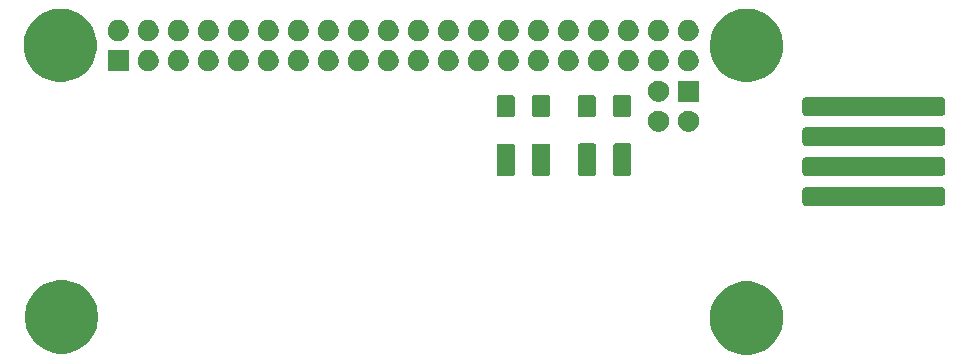
<source format=gbr>
G04 #@! TF.GenerationSoftware,KiCad,Pcbnew,(5.1.5)-2*
G04 #@! TF.CreationDate,2019-12-04T22:48:08+00:00*
G04 #@! TF.ProjectId,TTVV,54545656-2e6b-4696-9361-645f70636258,1.0.8*
G04 #@! TF.SameCoordinates,Original*
G04 #@! TF.FileFunction,Soldermask,Top*
G04 #@! TF.FilePolarity,Negative*
%FSLAX46Y46*%
G04 Gerber Fmt 4.6, Leading zero omitted, Abs format (unit mm)*
G04 Created by KiCad (PCBNEW (5.1.5)-2) date 2019-12-04 22:48:08*
%MOMM*%
%LPD*%
G04 APERTURE LIST*
%ADD10C,0.100000*%
G04 APERTURE END LIST*
D10*
G36*
X112204780Y-72559565D02*
G01*
X112504237Y-72619131D01*
X113068401Y-72852815D01*
X113576135Y-73192072D01*
X114007928Y-73623865D01*
X114347185Y-74131599D01*
X114580869Y-74695763D01*
X114580869Y-74695765D01*
X114680109Y-75194675D01*
X114700000Y-75294677D01*
X114700000Y-75905323D01*
X114580869Y-76504237D01*
X114347185Y-77068401D01*
X114007928Y-77576135D01*
X113576135Y-78007928D01*
X113068401Y-78347185D01*
X112504237Y-78580869D01*
X112204780Y-78640434D01*
X111905325Y-78700000D01*
X111294675Y-78700000D01*
X110995220Y-78640434D01*
X110695763Y-78580869D01*
X110131599Y-78347185D01*
X109623865Y-78007928D01*
X109192072Y-77576135D01*
X108852815Y-77068401D01*
X108619131Y-76504237D01*
X108500000Y-75905323D01*
X108500000Y-75294677D01*
X108519892Y-75194675D01*
X108619131Y-74695765D01*
X108619131Y-74695763D01*
X108852815Y-74131599D01*
X109192072Y-73623865D01*
X109623865Y-73192072D01*
X110131599Y-72852815D01*
X110695763Y-72619131D01*
X110995220Y-72559565D01*
X111294675Y-72500000D01*
X111905325Y-72500000D01*
X112204780Y-72559565D01*
G37*
G36*
X54204780Y-72459566D02*
G01*
X54504237Y-72519131D01*
X55068401Y-72752815D01*
X55576135Y-73092072D01*
X56007928Y-73523865D01*
X56347185Y-74031599D01*
X56580869Y-74595763D01*
X56640435Y-74895220D01*
X56700000Y-75194675D01*
X56700000Y-75805325D01*
X56640434Y-76104780D01*
X56580869Y-76404237D01*
X56347185Y-76968401D01*
X56007928Y-77476135D01*
X55576135Y-77907928D01*
X55068401Y-78247185D01*
X54504237Y-78480869D01*
X54204780Y-78540434D01*
X53905325Y-78600000D01*
X53294675Y-78600000D01*
X52995220Y-78540434D01*
X52695763Y-78480869D01*
X52131599Y-78247185D01*
X51623865Y-77907928D01*
X51192072Y-77476135D01*
X50852815Y-76968401D01*
X50619131Y-76404237D01*
X50559566Y-76104780D01*
X50500000Y-75805325D01*
X50500000Y-75194675D01*
X50559565Y-74895220D01*
X50619131Y-74595763D01*
X50852815Y-74031599D01*
X51192072Y-73523865D01*
X51623865Y-73092072D01*
X52131599Y-72752815D01*
X52695763Y-72519131D01*
X52995220Y-72459566D01*
X53294675Y-72400000D01*
X53905325Y-72400000D01*
X54204780Y-72459566D01*
G37*
G36*
X128156023Y-64509487D02*
G01*
X128219311Y-64528686D01*
X128277649Y-64559868D01*
X128328775Y-64601825D01*
X128370732Y-64652951D01*
X128401914Y-64711289D01*
X128421113Y-64774577D01*
X128428200Y-64846538D01*
X128428200Y-65760262D01*
X128421113Y-65832223D01*
X128401914Y-65895511D01*
X128370732Y-65953849D01*
X128328775Y-66004975D01*
X128277649Y-66046932D01*
X128219311Y-66078114D01*
X128156023Y-66097313D01*
X128084062Y-66104400D01*
X116670338Y-66104400D01*
X116598377Y-66097313D01*
X116535089Y-66078114D01*
X116476751Y-66046932D01*
X116425625Y-66004975D01*
X116383668Y-65953849D01*
X116352486Y-65895511D01*
X116333287Y-65832223D01*
X116326200Y-65760262D01*
X116326200Y-64846538D01*
X116333287Y-64774577D01*
X116352486Y-64711289D01*
X116383668Y-64652951D01*
X116425625Y-64601825D01*
X116476751Y-64559868D01*
X116535089Y-64528686D01*
X116598377Y-64509487D01*
X116670338Y-64502400D01*
X128084062Y-64502400D01*
X128156023Y-64509487D01*
G37*
G36*
X94810562Y-60821681D02*
G01*
X94845481Y-60832274D01*
X94877663Y-60849476D01*
X94905873Y-60872627D01*
X94929024Y-60900837D01*
X94946226Y-60933019D01*
X94956819Y-60967938D01*
X94961000Y-61010395D01*
X94961000Y-63376605D01*
X94956819Y-63419062D01*
X94946226Y-63453981D01*
X94929024Y-63486163D01*
X94905873Y-63514373D01*
X94877663Y-63537524D01*
X94845481Y-63554726D01*
X94810562Y-63565319D01*
X94768105Y-63569500D01*
X93626895Y-63569500D01*
X93584438Y-63565319D01*
X93549519Y-63554726D01*
X93517337Y-63537524D01*
X93489127Y-63514373D01*
X93465976Y-63486163D01*
X93448774Y-63453981D01*
X93438181Y-63419062D01*
X93434000Y-63376605D01*
X93434000Y-61010395D01*
X93438181Y-60967938D01*
X93448774Y-60933019D01*
X93465976Y-60900837D01*
X93489127Y-60872627D01*
X93517337Y-60849476D01*
X93549519Y-60832274D01*
X93584438Y-60821681D01*
X93626895Y-60817500D01*
X94768105Y-60817500D01*
X94810562Y-60821681D01*
G37*
G36*
X91835562Y-60821681D02*
G01*
X91870481Y-60832274D01*
X91902663Y-60849476D01*
X91930873Y-60872627D01*
X91954024Y-60900837D01*
X91971226Y-60933019D01*
X91981819Y-60967938D01*
X91986000Y-61010395D01*
X91986000Y-63376605D01*
X91981819Y-63419062D01*
X91971226Y-63453981D01*
X91954024Y-63486163D01*
X91930873Y-63514373D01*
X91902663Y-63537524D01*
X91870481Y-63554726D01*
X91835562Y-63565319D01*
X91793105Y-63569500D01*
X90651895Y-63569500D01*
X90609438Y-63565319D01*
X90574519Y-63554726D01*
X90542337Y-63537524D01*
X90514127Y-63514373D01*
X90490976Y-63486163D01*
X90473774Y-63453981D01*
X90463181Y-63419062D01*
X90459000Y-63376605D01*
X90459000Y-61010395D01*
X90463181Y-60967938D01*
X90473774Y-60933019D01*
X90490976Y-60900837D01*
X90514127Y-60872627D01*
X90542337Y-60849476D01*
X90574519Y-60832274D01*
X90609438Y-60821681D01*
X90651895Y-60817500D01*
X91793105Y-60817500D01*
X91835562Y-60821681D01*
G37*
G36*
X128156023Y-61969487D02*
G01*
X128219311Y-61988686D01*
X128277649Y-62019868D01*
X128328775Y-62061825D01*
X128370732Y-62112951D01*
X128401914Y-62171289D01*
X128421113Y-62234577D01*
X128428200Y-62306538D01*
X128428200Y-63220262D01*
X128421113Y-63292223D01*
X128401914Y-63355511D01*
X128370732Y-63413849D01*
X128328775Y-63464975D01*
X128277649Y-63506932D01*
X128219311Y-63538114D01*
X128156023Y-63557313D01*
X128084062Y-63564400D01*
X116670338Y-63564400D01*
X116598377Y-63557313D01*
X116535089Y-63538114D01*
X116476751Y-63506932D01*
X116425625Y-63464975D01*
X116383668Y-63413849D01*
X116352486Y-63355511D01*
X116333287Y-63292223D01*
X116326200Y-63220262D01*
X116326200Y-62306538D01*
X116333287Y-62234577D01*
X116352486Y-62171289D01*
X116383668Y-62112951D01*
X116425625Y-62061825D01*
X116476751Y-62019868D01*
X116535089Y-61988686D01*
X116598377Y-61969487D01*
X116670338Y-61962400D01*
X128084062Y-61962400D01*
X128156023Y-61969487D01*
G37*
G36*
X101693962Y-60807381D02*
G01*
X101728881Y-60817974D01*
X101761063Y-60835176D01*
X101789273Y-60858327D01*
X101812424Y-60886537D01*
X101829626Y-60918719D01*
X101840219Y-60953638D01*
X101844400Y-60996095D01*
X101844400Y-63362305D01*
X101840219Y-63404762D01*
X101829626Y-63439681D01*
X101812424Y-63471863D01*
X101789273Y-63500073D01*
X101761063Y-63523224D01*
X101728881Y-63540426D01*
X101693962Y-63551019D01*
X101651505Y-63555200D01*
X100510295Y-63555200D01*
X100467838Y-63551019D01*
X100432919Y-63540426D01*
X100400737Y-63523224D01*
X100372527Y-63500073D01*
X100349376Y-63471863D01*
X100332174Y-63439681D01*
X100321581Y-63404762D01*
X100317400Y-63362305D01*
X100317400Y-60996095D01*
X100321581Y-60953638D01*
X100332174Y-60918719D01*
X100349376Y-60886537D01*
X100372527Y-60858327D01*
X100400737Y-60835176D01*
X100432919Y-60817974D01*
X100467838Y-60807381D01*
X100510295Y-60803200D01*
X101651505Y-60803200D01*
X101693962Y-60807381D01*
G37*
G36*
X98718962Y-60807381D02*
G01*
X98753881Y-60817974D01*
X98786063Y-60835176D01*
X98814273Y-60858327D01*
X98837424Y-60886537D01*
X98854626Y-60918719D01*
X98865219Y-60953638D01*
X98869400Y-60996095D01*
X98869400Y-63362305D01*
X98865219Y-63404762D01*
X98854626Y-63439681D01*
X98837424Y-63471863D01*
X98814273Y-63500073D01*
X98786063Y-63523224D01*
X98753881Y-63540426D01*
X98718962Y-63551019D01*
X98676505Y-63555200D01*
X97535295Y-63555200D01*
X97492838Y-63551019D01*
X97457919Y-63540426D01*
X97425737Y-63523224D01*
X97397527Y-63500073D01*
X97374376Y-63471863D01*
X97357174Y-63439681D01*
X97346581Y-63404762D01*
X97342400Y-63362305D01*
X97342400Y-60996095D01*
X97346581Y-60953638D01*
X97357174Y-60918719D01*
X97374376Y-60886537D01*
X97397527Y-60858327D01*
X97425737Y-60835176D01*
X97457919Y-60817974D01*
X97492838Y-60807381D01*
X97535295Y-60803200D01*
X98676505Y-60803200D01*
X98718962Y-60807381D01*
G37*
G36*
X128156023Y-59429487D02*
G01*
X128219311Y-59448686D01*
X128277649Y-59479868D01*
X128328775Y-59521825D01*
X128370732Y-59572951D01*
X128401914Y-59631289D01*
X128421113Y-59694577D01*
X128428200Y-59766538D01*
X128428200Y-60680262D01*
X128421113Y-60752223D01*
X128401914Y-60815511D01*
X128370732Y-60873849D01*
X128328775Y-60924975D01*
X128277649Y-60966932D01*
X128219311Y-60998114D01*
X128156023Y-61017313D01*
X128084062Y-61024400D01*
X116670338Y-61024400D01*
X116598377Y-61017313D01*
X116535089Y-60998114D01*
X116476751Y-60966932D01*
X116425625Y-60924975D01*
X116383668Y-60873849D01*
X116352486Y-60815511D01*
X116333287Y-60752223D01*
X116326200Y-60680262D01*
X116326200Y-59766538D01*
X116333287Y-59694577D01*
X116352486Y-59631289D01*
X116383668Y-59572951D01*
X116425625Y-59521825D01*
X116476751Y-59479868D01*
X116535089Y-59448686D01*
X116598377Y-59429487D01*
X116670338Y-59422400D01*
X128084062Y-59422400D01*
X128156023Y-59429487D01*
G37*
G36*
X104253512Y-58031927D02*
G01*
X104402812Y-58061624D01*
X104566784Y-58129544D01*
X104714354Y-58228147D01*
X104839853Y-58353646D01*
X104938456Y-58501216D01*
X105006376Y-58665188D01*
X105041000Y-58839259D01*
X105041000Y-59016741D01*
X105006376Y-59190812D01*
X104938456Y-59354784D01*
X104839853Y-59502354D01*
X104714354Y-59627853D01*
X104566784Y-59726456D01*
X104402812Y-59794376D01*
X104253512Y-59824073D01*
X104228742Y-59829000D01*
X104051258Y-59829000D01*
X104026488Y-59824073D01*
X103877188Y-59794376D01*
X103713216Y-59726456D01*
X103565646Y-59627853D01*
X103440147Y-59502354D01*
X103341544Y-59354784D01*
X103273624Y-59190812D01*
X103239000Y-59016741D01*
X103239000Y-58839259D01*
X103273624Y-58665188D01*
X103341544Y-58501216D01*
X103440147Y-58353646D01*
X103565646Y-58228147D01*
X103713216Y-58129544D01*
X103877188Y-58061624D01*
X104026488Y-58031927D01*
X104051258Y-58027000D01*
X104228742Y-58027000D01*
X104253512Y-58031927D01*
G37*
G36*
X106793512Y-58031927D02*
G01*
X106942812Y-58061624D01*
X107106784Y-58129544D01*
X107254354Y-58228147D01*
X107379853Y-58353646D01*
X107478456Y-58501216D01*
X107546376Y-58665188D01*
X107581000Y-58839259D01*
X107581000Y-59016741D01*
X107546376Y-59190812D01*
X107478456Y-59354784D01*
X107379853Y-59502354D01*
X107254354Y-59627853D01*
X107106784Y-59726456D01*
X106942812Y-59794376D01*
X106793512Y-59824073D01*
X106768742Y-59829000D01*
X106591258Y-59829000D01*
X106566488Y-59824073D01*
X106417188Y-59794376D01*
X106253216Y-59726456D01*
X106105646Y-59627853D01*
X105980147Y-59502354D01*
X105881544Y-59354784D01*
X105813624Y-59190812D01*
X105779000Y-59016741D01*
X105779000Y-58839259D01*
X105813624Y-58665188D01*
X105881544Y-58501216D01*
X105980147Y-58353646D01*
X106105646Y-58228147D01*
X106253216Y-58129544D01*
X106417188Y-58061624D01*
X106566488Y-58031927D01*
X106591258Y-58027000D01*
X106768742Y-58027000D01*
X106793512Y-58031927D01*
G37*
G36*
X91835562Y-56736181D02*
G01*
X91870481Y-56746774D01*
X91902663Y-56763976D01*
X91930873Y-56787127D01*
X91954024Y-56815337D01*
X91971226Y-56847519D01*
X91981819Y-56882438D01*
X91986000Y-56924895D01*
X91986000Y-58391105D01*
X91981819Y-58433562D01*
X91971226Y-58468481D01*
X91954024Y-58500663D01*
X91930873Y-58528873D01*
X91902663Y-58552024D01*
X91870481Y-58569226D01*
X91835562Y-58579819D01*
X91793105Y-58584000D01*
X90651895Y-58584000D01*
X90609438Y-58579819D01*
X90574519Y-58569226D01*
X90542337Y-58552024D01*
X90514127Y-58528873D01*
X90490976Y-58500663D01*
X90473774Y-58468481D01*
X90463181Y-58433562D01*
X90459000Y-58391105D01*
X90459000Y-56924895D01*
X90463181Y-56882438D01*
X90473774Y-56847519D01*
X90490976Y-56815337D01*
X90514127Y-56787127D01*
X90542337Y-56763976D01*
X90574519Y-56746774D01*
X90609438Y-56736181D01*
X90651895Y-56732000D01*
X91793105Y-56732000D01*
X91835562Y-56736181D01*
G37*
G36*
X94810562Y-56736181D02*
G01*
X94845481Y-56746774D01*
X94877663Y-56763976D01*
X94905873Y-56787127D01*
X94929024Y-56815337D01*
X94946226Y-56847519D01*
X94956819Y-56882438D01*
X94961000Y-56924895D01*
X94961000Y-58391105D01*
X94956819Y-58433562D01*
X94946226Y-58468481D01*
X94929024Y-58500663D01*
X94905873Y-58528873D01*
X94877663Y-58552024D01*
X94845481Y-58569226D01*
X94810562Y-58579819D01*
X94768105Y-58584000D01*
X93626895Y-58584000D01*
X93584438Y-58579819D01*
X93549519Y-58569226D01*
X93517337Y-58552024D01*
X93489127Y-58528873D01*
X93465976Y-58500663D01*
X93448774Y-58468481D01*
X93438181Y-58433562D01*
X93434000Y-58391105D01*
X93434000Y-56924895D01*
X93438181Y-56882438D01*
X93448774Y-56847519D01*
X93465976Y-56815337D01*
X93489127Y-56787127D01*
X93517337Y-56763976D01*
X93549519Y-56746774D01*
X93584438Y-56736181D01*
X93626895Y-56732000D01*
X94768105Y-56732000D01*
X94810562Y-56736181D01*
G37*
G36*
X98693562Y-56736181D02*
G01*
X98728481Y-56746774D01*
X98760663Y-56763976D01*
X98788873Y-56787127D01*
X98812024Y-56815337D01*
X98829226Y-56847519D01*
X98839819Y-56882438D01*
X98844000Y-56924895D01*
X98844000Y-58391105D01*
X98839819Y-58433562D01*
X98829226Y-58468481D01*
X98812024Y-58500663D01*
X98788873Y-58528873D01*
X98760663Y-58552024D01*
X98728481Y-58569226D01*
X98693562Y-58579819D01*
X98651105Y-58584000D01*
X97509895Y-58584000D01*
X97467438Y-58579819D01*
X97432519Y-58569226D01*
X97400337Y-58552024D01*
X97372127Y-58528873D01*
X97348976Y-58500663D01*
X97331774Y-58468481D01*
X97321181Y-58433562D01*
X97317000Y-58391105D01*
X97317000Y-56924895D01*
X97321181Y-56882438D01*
X97331774Y-56847519D01*
X97348976Y-56815337D01*
X97372127Y-56787127D01*
X97400337Y-56763976D01*
X97432519Y-56746774D01*
X97467438Y-56736181D01*
X97509895Y-56732000D01*
X98651105Y-56732000D01*
X98693562Y-56736181D01*
G37*
G36*
X101668562Y-56736181D02*
G01*
X101703481Y-56746774D01*
X101735663Y-56763976D01*
X101763873Y-56787127D01*
X101787024Y-56815337D01*
X101804226Y-56847519D01*
X101814819Y-56882438D01*
X101819000Y-56924895D01*
X101819000Y-58391105D01*
X101814819Y-58433562D01*
X101804226Y-58468481D01*
X101787024Y-58500663D01*
X101763873Y-58528873D01*
X101735663Y-58552024D01*
X101703481Y-58569226D01*
X101668562Y-58579819D01*
X101626105Y-58584000D01*
X100484895Y-58584000D01*
X100442438Y-58579819D01*
X100407519Y-58569226D01*
X100375337Y-58552024D01*
X100347127Y-58528873D01*
X100323976Y-58500663D01*
X100306774Y-58468481D01*
X100296181Y-58433562D01*
X100292000Y-58391105D01*
X100292000Y-56924895D01*
X100296181Y-56882438D01*
X100306774Y-56847519D01*
X100323976Y-56815337D01*
X100347127Y-56787127D01*
X100375337Y-56763976D01*
X100407519Y-56746774D01*
X100442438Y-56736181D01*
X100484895Y-56732000D01*
X101626105Y-56732000D01*
X101668562Y-56736181D01*
G37*
G36*
X128156023Y-56889487D02*
G01*
X128219311Y-56908686D01*
X128277649Y-56939868D01*
X128328775Y-56981825D01*
X128370732Y-57032951D01*
X128401914Y-57091289D01*
X128421113Y-57154577D01*
X128428200Y-57226538D01*
X128428200Y-58140262D01*
X128421113Y-58212223D01*
X128401914Y-58275511D01*
X128370732Y-58333849D01*
X128328775Y-58384975D01*
X128277649Y-58426932D01*
X128219311Y-58458114D01*
X128156023Y-58477313D01*
X128084062Y-58484400D01*
X116670338Y-58484400D01*
X116598377Y-58477313D01*
X116535089Y-58458114D01*
X116476751Y-58426932D01*
X116425625Y-58384975D01*
X116383668Y-58333849D01*
X116352486Y-58275511D01*
X116333287Y-58212223D01*
X116326200Y-58140262D01*
X116326200Y-57226538D01*
X116333287Y-57154577D01*
X116352486Y-57091289D01*
X116383668Y-57032951D01*
X116425625Y-56981825D01*
X116476751Y-56939868D01*
X116535089Y-56908686D01*
X116598377Y-56889487D01*
X116670338Y-56882400D01*
X128084062Y-56882400D01*
X128156023Y-56889487D01*
G37*
G36*
X107581000Y-57289000D02*
G01*
X105779000Y-57289000D01*
X105779000Y-55487000D01*
X107581000Y-55487000D01*
X107581000Y-57289000D01*
G37*
G36*
X104253512Y-55491927D02*
G01*
X104402812Y-55521624D01*
X104566784Y-55589544D01*
X104714354Y-55688147D01*
X104839853Y-55813646D01*
X104938456Y-55961216D01*
X105006376Y-56125188D01*
X105041000Y-56299259D01*
X105041000Y-56476741D01*
X105006376Y-56650812D01*
X104938456Y-56814784D01*
X104839853Y-56962354D01*
X104714354Y-57087853D01*
X104566784Y-57186456D01*
X104402812Y-57254376D01*
X104253512Y-57284073D01*
X104228742Y-57289000D01*
X104051258Y-57289000D01*
X104026488Y-57284073D01*
X103877188Y-57254376D01*
X103713216Y-57186456D01*
X103565646Y-57087853D01*
X103440147Y-56962354D01*
X103341544Y-56814784D01*
X103273624Y-56650812D01*
X103239000Y-56476741D01*
X103239000Y-56299259D01*
X103273624Y-56125188D01*
X103341544Y-55961216D01*
X103440147Y-55813646D01*
X103565646Y-55688147D01*
X103713216Y-55589544D01*
X103877188Y-55521624D01*
X104026488Y-55491927D01*
X104051258Y-55487000D01*
X104228742Y-55487000D01*
X104253512Y-55491927D01*
G37*
G36*
X112204780Y-49459566D02*
G01*
X112504237Y-49519131D01*
X113068401Y-49752815D01*
X113576135Y-50092072D01*
X114007928Y-50523865D01*
X114347185Y-51031599D01*
X114580869Y-51595763D01*
X114640434Y-51895220D01*
X114700000Y-52194675D01*
X114700000Y-52805325D01*
X114674479Y-52933625D01*
X114580869Y-53404237D01*
X114347185Y-53968401D01*
X114007928Y-54476135D01*
X113576135Y-54907928D01*
X113068401Y-55247185D01*
X112504237Y-55480869D01*
X112204780Y-55540434D01*
X111905325Y-55600000D01*
X111294675Y-55600000D01*
X110995220Y-55540434D01*
X110695763Y-55480869D01*
X110131599Y-55247185D01*
X109623865Y-54907928D01*
X109192072Y-54476135D01*
X108852815Y-53968401D01*
X108619131Y-53404237D01*
X108525521Y-52933625D01*
X108500000Y-52805325D01*
X108500000Y-52194675D01*
X108559566Y-51895220D01*
X108619131Y-51595763D01*
X108852815Y-51031599D01*
X109192072Y-50523865D01*
X109623865Y-50092072D01*
X110131599Y-49752815D01*
X110695763Y-49519131D01*
X110995220Y-49459566D01*
X111294675Y-49400000D01*
X111905325Y-49400000D01*
X112204780Y-49459566D01*
G37*
G36*
X54104780Y-49459566D02*
G01*
X54404237Y-49519131D01*
X54968401Y-49752815D01*
X55476135Y-50092072D01*
X55907928Y-50523865D01*
X56247185Y-51031599D01*
X56480869Y-51595763D01*
X56540435Y-51895220D01*
X56600000Y-52194675D01*
X56600000Y-52805325D01*
X56574479Y-52933625D01*
X56480869Y-53404237D01*
X56247185Y-53968401D01*
X55907928Y-54476135D01*
X55476135Y-54907928D01*
X54968401Y-55247185D01*
X54404237Y-55480869D01*
X54104780Y-55540434D01*
X53805325Y-55600000D01*
X53194675Y-55600000D01*
X52895220Y-55540434D01*
X52595763Y-55480869D01*
X52031599Y-55247185D01*
X51523865Y-54907928D01*
X51092072Y-54476135D01*
X50752815Y-53968401D01*
X50519131Y-53404237D01*
X50425521Y-52933625D01*
X50400000Y-52805325D01*
X50400000Y-52194675D01*
X50459565Y-51895220D01*
X50519131Y-51595763D01*
X50752815Y-51031599D01*
X51092072Y-50523865D01*
X51523865Y-50092072D01*
X52031599Y-49752815D01*
X52595763Y-49519131D01*
X52895220Y-49459566D01*
X53194675Y-49400000D01*
X53805325Y-49400000D01*
X54104780Y-49459566D01*
G37*
G36*
X88993512Y-52903927D02*
G01*
X89142812Y-52933624D01*
X89306784Y-53001544D01*
X89454354Y-53100147D01*
X89579853Y-53225646D01*
X89678456Y-53373216D01*
X89746376Y-53537188D01*
X89781000Y-53711259D01*
X89781000Y-53888741D01*
X89746376Y-54062812D01*
X89678456Y-54226784D01*
X89579853Y-54374354D01*
X89454354Y-54499853D01*
X89306784Y-54598456D01*
X89142812Y-54666376D01*
X88993512Y-54696073D01*
X88968742Y-54701000D01*
X88791258Y-54701000D01*
X88766488Y-54696073D01*
X88617188Y-54666376D01*
X88453216Y-54598456D01*
X88305646Y-54499853D01*
X88180147Y-54374354D01*
X88081544Y-54226784D01*
X88013624Y-54062812D01*
X87979000Y-53888741D01*
X87979000Y-53711259D01*
X88013624Y-53537188D01*
X88081544Y-53373216D01*
X88180147Y-53225646D01*
X88305646Y-53100147D01*
X88453216Y-53001544D01*
X88617188Y-52933624D01*
X88766488Y-52903927D01*
X88791258Y-52899000D01*
X88968742Y-52899000D01*
X88993512Y-52903927D01*
G37*
G36*
X86453512Y-52903927D02*
G01*
X86602812Y-52933624D01*
X86766784Y-53001544D01*
X86914354Y-53100147D01*
X87039853Y-53225646D01*
X87138456Y-53373216D01*
X87206376Y-53537188D01*
X87241000Y-53711259D01*
X87241000Y-53888741D01*
X87206376Y-54062812D01*
X87138456Y-54226784D01*
X87039853Y-54374354D01*
X86914354Y-54499853D01*
X86766784Y-54598456D01*
X86602812Y-54666376D01*
X86453512Y-54696073D01*
X86428742Y-54701000D01*
X86251258Y-54701000D01*
X86226488Y-54696073D01*
X86077188Y-54666376D01*
X85913216Y-54598456D01*
X85765646Y-54499853D01*
X85640147Y-54374354D01*
X85541544Y-54226784D01*
X85473624Y-54062812D01*
X85439000Y-53888741D01*
X85439000Y-53711259D01*
X85473624Y-53537188D01*
X85541544Y-53373216D01*
X85640147Y-53225646D01*
X85765646Y-53100147D01*
X85913216Y-53001544D01*
X86077188Y-52933624D01*
X86226488Y-52903927D01*
X86251258Y-52899000D01*
X86428742Y-52899000D01*
X86453512Y-52903927D01*
G37*
G36*
X91533512Y-52903927D02*
G01*
X91682812Y-52933624D01*
X91846784Y-53001544D01*
X91994354Y-53100147D01*
X92119853Y-53225646D01*
X92218456Y-53373216D01*
X92286376Y-53537188D01*
X92321000Y-53711259D01*
X92321000Y-53888741D01*
X92286376Y-54062812D01*
X92218456Y-54226784D01*
X92119853Y-54374354D01*
X91994354Y-54499853D01*
X91846784Y-54598456D01*
X91682812Y-54666376D01*
X91533512Y-54696073D01*
X91508742Y-54701000D01*
X91331258Y-54701000D01*
X91306488Y-54696073D01*
X91157188Y-54666376D01*
X90993216Y-54598456D01*
X90845646Y-54499853D01*
X90720147Y-54374354D01*
X90621544Y-54226784D01*
X90553624Y-54062812D01*
X90519000Y-53888741D01*
X90519000Y-53711259D01*
X90553624Y-53537188D01*
X90621544Y-53373216D01*
X90720147Y-53225646D01*
X90845646Y-53100147D01*
X90993216Y-53001544D01*
X91157188Y-52933624D01*
X91306488Y-52903927D01*
X91331258Y-52899000D01*
X91508742Y-52899000D01*
X91533512Y-52903927D01*
G37*
G36*
X94073512Y-52903927D02*
G01*
X94222812Y-52933624D01*
X94386784Y-53001544D01*
X94534354Y-53100147D01*
X94659853Y-53225646D01*
X94758456Y-53373216D01*
X94826376Y-53537188D01*
X94861000Y-53711259D01*
X94861000Y-53888741D01*
X94826376Y-54062812D01*
X94758456Y-54226784D01*
X94659853Y-54374354D01*
X94534354Y-54499853D01*
X94386784Y-54598456D01*
X94222812Y-54666376D01*
X94073512Y-54696073D01*
X94048742Y-54701000D01*
X93871258Y-54701000D01*
X93846488Y-54696073D01*
X93697188Y-54666376D01*
X93533216Y-54598456D01*
X93385646Y-54499853D01*
X93260147Y-54374354D01*
X93161544Y-54226784D01*
X93093624Y-54062812D01*
X93059000Y-53888741D01*
X93059000Y-53711259D01*
X93093624Y-53537188D01*
X93161544Y-53373216D01*
X93260147Y-53225646D01*
X93385646Y-53100147D01*
X93533216Y-53001544D01*
X93697188Y-52933624D01*
X93846488Y-52903927D01*
X93871258Y-52899000D01*
X94048742Y-52899000D01*
X94073512Y-52903927D01*
G37*
G36*
X83913512Y-52903927D02*
G01*
X84062812Y-52933624D01*
X84226784Y-53001544D01*
X84374354Y-53100147D01*
X84499853Y-53225646D01*
X84598456Y-53373216D01*
X84666376Y-53537188D01*
X84701000Y-53711259D01*
X84701000Y-53888741D01*
X84666376Y-54062812D01*
X84598456Y-54226784D01*
X84499853Y-54374354D01*
X84374354Y-54499853D01*
X84226784Y-54598456D01*
X84062812Y-54666376D01*
X83913512Y-54696073D01*
X83888742Y-54701000D01*
X83711258Y-54701000D01*
X83686488Y-54696073D01*
X83537188Y-54666376D01*
X83373216Y-54598456D01*
X83225646Y-54499853D01*
X83100147Y-54374354D01*
X83001544Y-54226784D01*
X82933624Y-54062812D01*
X82899000Y-53888741D01*
X82899000Y-53711259D01*
X82933624Y-53537188D01*
X83001544Y-53373216D01*
X83100147Y-53225646D01*
X83225646Y-53100147D01*
X83373216Y-53001544D01*
X83537188Y-52933624D01*
X83686488Y-52903927D01*
X83711258Y-52899000D01*
X83888742Y-52899000D01*
X83913512Y-52903927D01*
G37*
G36*
X96613512Y-52903927D02*
G01*
X96762812Y-52933624D01*
X96926784Y-53001544D01*
X97074354Y-53100147D01*
X97199853Y-53225646D01*
X97298456Y-53373216D01*
X97366376Y-53537188D01*
X97401000Y-53711259D01*
X97401000Y-53888741D01*
X97366376Y-54062812D01*
X97298456Y-54226784D01*
X97199853Y-54374354D01*
X97074354Y-54499853D01*
X96926784Y-54598456D01*
X96762812Y-54666376D01*
X96613512Y-54696073D01*
X96588742Y-54701000D01*
X96411258Y-54701000D01*
X96386488Y-54696073D01*
X96237188Y-54666376D01*
X96073216Y-54598456D01*
X95925646Y-54499853D01*
X95800147Y-54374354D01*
X95701544Y-54226784D01*
X95633624Y-54062812D01*
X95599000Y-53888741D01*
X95599000Y-53711259D01*
X95633624Y-53537188D01*
X95701544Y-53373216D01*
X95800147Y-53225646D01*
X95925646Y-53100147D01*
X96073216Y-53001544D01*
X96237188Y-52933624D01*
X96386488Y-52903927D01*
X96411258Y-52899000D01*
X96588742Y-52899000D01*
X96613512Y-52903927D01*
G37*
G36*
X99153512Y-52903927D02*
G01*
X99302812Y-52933624D01*
X99466784Y-53001544D01*
X99614354Y-53100147D01*
X99739853Y-53225646D01*
X99838456Y-53373216D01*
X99906376Y-53537188D01*
X99941000Y-53711259D01*
X99941000Y-53888741D01*
X99906376Y-54062812D01*
X99838456Y-54226784D01*
X99739853Y-54374354D01*
X99614354Y-54499853D01*
X99466784Y-54598456D01*
X99302812Y-54666376D01*
X99153512Y-54696073D01*
X99128742Y-54701000D01*
X98951258Y-54701000D01*
X98926488Y-54696073D01*
X98777188Y-54666376D01*
X98613216Y-54598456D01*
X98465646Y-54499853D01*
X98340147Y-54374354D01*
X98241544Y-54226784D01*
X98173624Y-54062812D01*
X98139000Y-53888741D01*
X98139000Y-53711259D01*
X98173624Y-53537188D01*
X98241544Y-53373216D01*
X98340147Y-53225646D01*
X98465646Y-53100147D01*
X98613216Y-53001544D01*
X98777188Y-52933624D01*
X98926488Y-52903927D01*
X98951258Y-52899000D01*
X99128742Y-52899000D01*
X99153512Y-52903927D01*
G37*
G36*
X101693512Y-52903927D02*
G01*
X101842812Y-52933624D01*
X102006784Y-53001544D01*
X102154354Y-53100147D01*
X102279853Y-53225646D01*
X102378456Y-53373216D01*
X102446376Y-53537188D01*
X102481000Y-53711259D01*
X102481000Y-53888741D01*
X102446376Y-54062812D01*
X102378456Y-54226784D01*
X102279853Y-54374354D01*
X102154354Y-54499853D01*
X102006784Y-54598456D01*
X101842812Y-54666376D01*
X101693512Y-54696073D01*
X101668742Y-54701000D01*
X101491258Y-54701000D01*
X101466488Y-54696073D01*
X101317188Y-54666376D01*
X101153216Y-54598456D01*
X101005646Y-54499853D01*
X100880147Y-54374354D01*
X100781544Y-54226784D01*
X100713624Y-54062812D01*
X100679000Y-53888741D01*
X100679000Y-53711259D01*
X100713624Y-53537188D01*
X100781544Y-53373216D01*
X100880147Y-53225646D01*
X101005646Y-53100147D01*
X101153216Y-53001544D01*
X101317188Y-52933624D01*
X101466488Y-52903927D01*
X101491258Y-52899000D01*
X101668742Y-52899000D01*
X101693512Y-52903927D01*
G37*
G36*
X59301000Y-54701000D02*
G01*
X57499000Y-54701000D01*
X57499000Y-52899000D01*
X59301000Y-52899000D01*
X59301000Y-54701000D01*
G37*
G36*
X81373512Y-52903927D02*
G01*
X81522812Y-52933624D01*
X81686784Y-53001544D01*
X81834354Y-53100147D01*
X81959853Y-53225646D01*
X82058456Y-53373216D01*
X82126376Y-53537188D01*
X82161000Y-53711259D01*
X82161000Y-53888741D01*
X82126376Y-54062812D01*
X82058456Y-54226784D01*
X81959853Y-54374354D01*
X81834354Y-54499853D01*
X81686784Y-54598456D01*
X81522812Y-54666376D01*
X81373512Y-54696073D01*
X81348742Y-54701000D01*
X81171258Y-54701000D01*
X81146488Y-54696073D01*
X80997188Y-54666376D01*
X80833216Y-54598456D01*
X80685646Y-54499853D01*
X80560147Y-54374354D01*
X80461544Y-54226784D01*
X80393624Y-54062812D01*
X80359000Y-53888741D01*
X80359000Y-53711259D01*
X80393624Y-53537188D01*
X80461544Y-53373216D01*
X80560147Y-53225646D01*
X80685646Y-53100147D01*
X80833216Y-53001544D01*
X80997188Y-52933624D01*
X81146488Y-52903927D01*
X81171258Y-52899000D01*
X81348742Y-52899000D01*
X81373512Y-52903927D01*
G37*
G36*
X76293512Y-52903927D02*
G01*
X76442812Y-52933624D01*
X76606784Y-53001544D01*
X76754354Y-53100147D01*
X76879853Y-53225646D01*
X76978456Y-53373216D01*
X77046376Y-53537188D01*
X77081000Y-53711259D01*
X77081000Y-53888741D01*
X77046376Y-54062812D01*
X76978456Y-54226784D01*
X76879853Y-54374354D01*
X76754354Y-54499853D01*
X76606784Y-54598456D01*
X76442812Y-54666376D01*
X76293512Y-54696073D01*
X76268742Y-54701000D01*
X76091258Y-54701000D01*
X76066488Y-54696073D01*
X75917188Y-54666376D01*
X75753216Y-54598456D01*
X75605646Y-54499853D01*
X75480147Y-54374354D01*
X75381544Y-54226784D01*
X75313624Y-54062812D01*
X75279000Y-53888741D01*
X75279000Y-53711259D01*
X75313624Y-53537188D01*
X75381544Y-53373216D01*
X75480147Y-53225646D01*
X75605646Y-53100147D01*
X75753216Y-53001544D01*
X75917188Y-52933624D01*
X76066488Y-52903927D01*
X76091258Y-52899000D01*
X76268742Y-52899000D01*
X76293512Y-52903927D01*
G37*
G36*
X78833512Y-52903927D02*
G01*
X78982812Y-52933624D01*
X79146784Y-53001544D01*
X79294354Y-53100147D01*
X79419853Y-53225646D01*
X79518456Y-53373216D01*
X79586376Y-53537188D01*
X79621000Y-53711259D01*
X79621000Y-53888741D01*
X79586376Y-54062812D01*
X79518456Y-54226784D01*
X79419853Y-54374354D01*
X79294354Y-54499853D01*
X79146784Y-54598456D01*
X78982812Y-54666376D01*
X78833512Y-54696073D01*
X78808742Y-54701000D01*
X78631258Y-54701000D01*
X78606488Y-54696073D01*
X78457188Y-54666376D01*
X78293216Y-54598456D01*
X78145646Y-54499853D01*
X78020147Y-54374354D01*
X77921544Y-54226784D01*
X77853624Y-54062812D01*
X77819000Y-53888741D01*
X77819000Y-53711259D01*
X77853624Y-53537188D01*
X77921544Y-53373216D01*
X78020147Y-53225646D01*
X78145646Y-53100147D01*
X78293216Y-53001544D01*
X78457188Y-52933624D01*
X78606488Y-52903927D01*
X78631258Y-52899000D01*
X78808742Y-52899000D01*
X78833512Y-52903927D01*
G37*
G36*
X106773512Y-52903927D02*
G01*
X106922812Y-52933624D01*
X107086784Y-53001544D01*
X107234354Y-53100147D01*
X107359853Y-53225646D01*
X107458456Y-53373216D01*
X107526376Y-53537188D01*
X107561000Y-53711259D01*
X107561000Y-53888741D01*
X107526376Y-54062812D01*
X107458456Y-54226784D01*
X107359853Y-54374354D01*
X107234354Y-54499853D01*
X107086784Y-54598456D01*
X106922812Y-54666376D01*
X106773512Y-54696073D01*
X106748742Y-54701000D01*
X106571258Y-54701000D01*
X106546488Y-54696073D01*
X106397188Y-54666376D01*
X106233216Y-54598456D01*
X106085646Y-54499853D01*
X105960147Y-54374354D01*
X105861544Y-54226784D01*
X105793624Y-54062812D01*
X105759000Y-53888741D01*
X105759000Y-53711259D01*
X105793624Y-53537188D01*
X105861544Y-53373216D01*
X105960147Y-53225646D01*
X106085646Y-53100147D01*
X106233216Y-53001544D01*
X106397188Y-52933624D01*
X106546488Y-52903927D01*
X106571258Y-52899000D01*
X106748742Y-52899000D01*
X106773512Y-52903927D01*
G37*
G36*
X104233512Y-52903927D02*
G01*
X104382812Y-52933624D01*
X104546784Y-53001544D01*
X104694354Y-53100147D01*
X104819853Y-53225646D01*
X104918456Y-53373216D01*
X104986376Y-53537188D01*
X105021000Y-53711259D01*
X105021000Y-53888741D01*
X104986376Y-54062812D01*
X104918456Y-54226784D01*
X104819853Y-54374354D01*
X104694354Y-54499853D01*
X104546784Y-54598456D01*
X104382812Y-54666376D01*
X104233512Y-54696073D01*
X104208742Y-54701000D01*
X104031258Y-54701000D01*
X104006488Y-54696073D01*
X103857188Y-54666376D01*
X103693216Y-54598456D01*
X103545646Y-54499853D01*
X103420147Y-54374354D01*
X103321544Y-54226784D01*
X103253624Y-54062812D01*
X103219000Y-53888741D01*
X103219000Y-53711259D01*
X103253624Y-53537188D01*
X103321544Y-53373216D01*
X103420147Y-53225646D01*
X103545646Y-53100147D01*
X103693216Y-53001544D01*
X103857188Y-52933624D01*
X104006488Y-52903927D01*
X104031258Y-52899000D01*
X104208742Y-52899000D01*
X104233512Y-52903927D01*
G37*
G36*
X61053512Y-52903927D02*
G01*
X61202812Y-52933624D01*
X61366784Y-53001544D01*
X61514354Y-53100147D01*
X61639853Y-53225646D01*
X61738456Y-53373216D01*
X61806376Y-53537188D01*
X61841000Y-53711259D01*
X61841000Y-53888741D01*
X61806376Y-54062812D01*
X61738456Y-54226784D01*
X61639853Y-54374354D01*
X61514354Y-54499853D01*
X61366784Y-54598456D01*
X61202812Y-54666376D01*
X61053512Y-54696073D01*
X61028742Y-54701000D01*
X60851258Y-54701000D01*
X60826488Y-54696073D01*
X60677188Y-54666376D01*
X60513216Y-54598456D01*
X60365646Y-54499853D01*
X60240147Y-54374354D01*
X60141544Y-54226784D01*
X60073624Y-54062812D01*
X60039000Y-53888741D01*
X60039000Y-53711259D01*
X60073624Y-53537188D01*
X60141544Y-53373216D01*
X60240147Y-53225646D01*
X60365646Y-53100147D01*
X60513216Y-53001544D01*
X60677188Y-52933624D01*
X60826488Y-52903927D01*
X60851258Y-52899000D01*
X61028742Y-52899000D01*
X61053512Y-52903927D01*
G37*
G36*
X63593512Y-52903927D02*
G01*
X63742812Y-52933624D01*
X63906784Y-53001544D01*
X64054354Y-53100147D01*
X64179853Y-53225646D01*
X64278456Y-53373216D01*
X64346376Y-53537188D01*
X64381000Y-53711259D01*
X64381000Y-53888741D01*
X64346376Y-54062812D01*
X64278456Y-54226784D01*
X64179853Y-54374354D01*
X64054354Y-54499853D01*
X63906784Y-54598456D01*
X63742812Y-54666376D01*
X63593512Y-54696073D01*
X63568742Y-54701000D01*
X63391258Y-54701000D01*
X63366488Y-54696073D01*
X63217188Y-54666376D01*
X63053216Y-54598456D01*
X62905646Y-54499853D01*
X62780147Y-54374354D01*
X62681544Y-54226784D01*
X62613624Y-54062812D01*
X62579000Y-53888741D01*
X62579000Y-53711259D01*
X62613624Y-53537188D01*
X62681544Y-53373216D01*
X62780147Y-53225646D01*
X62905646Y-53100147D01*
X63053216Y-53001544D01*
X63217188Y-52933624D01*
X63366488Y-52903927D01*
X63391258Y-52899000D01*
X63568742Y-52899000D01*
X63593512Y-52903927D01*
G37*
G36*
X66133512Y-52903927D02*
G01*
X66282812Y-52933624D01*
X66446784Y-53001544D01*
X66594354Y-53100147D01*
X66719853Y-53225646D01*
X66818456Y-53373216D01*
X66886376Y-53537188D01*
X66921000Y-53711259D01*
X66921000Y-53888741D01*
X66886376Y-54062812D01*
X66818456Y-54226784D01*
X66719853Y-54374354D01*
X66594354Y-54499853D01*
X66446784Y-54598456D01*
X66282812Y-54666376D01*
X66133512Y-54696073D01*
X66108742Y-54701000D01*
X65931258Y-54701000D01*
X65906488Y-54696073D01*
X65757188Y-54666376D01*
X65593216Y-54598456D01*
X65445646Y-54499853D01*
X65320147Y-54374354D01*
X65221544Y-54226784D01*
X65153624Y-54062812D01*
X65119000Y-53888741D01*
X65119000Y-53711259D01*
X65153624Y-53537188D01*
X65221544Y-53373216D01*
X65320147Y-53225646D01*
X65445646Y-53100147D01*
X65593216Y-53001544D01*
X65757188Y-52933624D01*
X65906488Y-52903927D01*
X65931258Y-52899000D01*
X66108742Y-52899000D01*
X66133512Y-52903927D01*
G37*
G36*
X68673512Y-52903927D02*
G01*
X68822812Y-52933624D01*
X68986784Y-53001544D01*
X69134354Y-53100147D01*
X69259853Y-53225646D01*
X69358456Y-53373216D01*
X69426376Y-53537188D01*
X69461000Y-53711259D01*
X69461000Y-53888741D01*
X69426376Y-54062812D01*
X69358456Y-54226784D01*
X69259853Y-54374354D01*
X69134354Y-54499853D01*
X68986784Y-54598456D01*
X68822812Y-54666376D01*
X68673512Y-54696073D01*
X68648742Y-54701000D01*
X68471258Y-54701000D01*
X68446488Y-54696073D01*
X68297188Y-54666376D01*
X68133216Y-54598456D01*
X67985646Y-54499853D01*
X67860147Y-54374354D01*
X67761544Y-54226784D01*
X67693624Y-54062812D01*
X67659000Y-53888741D01*
X67659000Y-53711259D01*
X67693624Y-53537188D01*
X67761544Y-53373216D01*
X67860147Y-53225646D01*
X67985646Y-53100147D01*
X68133216Y-53001544D01*
X68297188Y-52933624D01*
X68446488Y-52903927D01*
X68471258Y-52899000D01*
X68648742Y-52899000D01*
X68673512Y-52903927D01*
G37*
G36*
X71213512Y-52903927D02*
G01*
X71362812Y-52933624D01*
X71526784Y-53001544D01*
X71674354Y-53100147D01*
X71799853Y-53225646D01*
X71898456Y-53373216D01*
X71966376Y-53537188D01*
X72001000Y-53711259D01*
X72001000Y-53888741D01*
X71966376Y-54062812D01*
X71898456Y-54226784D01*
X71799853Y-54374354D01*
X71674354Y-54499853D01*
X71526784Y-54598456D01*
X71362812Y-54666376D01*
X71213512Y-54696073D01*
X71188742Y-54701000D01*
X71011258Y-54701000D01*
X70986488Y-54696073D01*
X70837188Y-54666376D01*
X70673216Y-54598456D01*
X70525646Y-54499853D01*
X70400147Y-54374354D01*
X70301544Y-54226784D01*
X70233624Y-54062812D01*
X70199000Y-53888741D01*
X70199000Y-53711259D01*
X70233624Y-53537188D01*
X70301544Y-53373216D01*
X70400147Y-53225646D01*
X70525646Y-53100147D01*
X70673216Y-53001544D01*
X70837188Y-52933624D01*
X70986488Y-52903927D01*
X71011258Y-52899000D01*
X71188742Y-52899000D01*
X71213512Y-52903927D01*
G37*
G36*
X73753512Y-52903927D02*
G01*
X73902812Y-52933624D01*
X74066784Y-53001544D01*
X74214354Y-53100147D01*
X74339853Y-53225646D01*
X74438456Y-53373216D01*
X74506376Y-53537188D01*
X74541000Y-53711259D01*
X74541000Y-53888741D01*
X74506376Y-54062812D01*
X74438456Y-54226784D01*
X74339853Y-54374354D01*
X74214354Y-54499853D01*
X74066784Y-54598456D01*
X73902812Y-54666376D01*
X73753512Y-54696073D01*
X73728742Y-54701000D01*
X73551258Y-54701000D01*
X73526488Y-54696073D01*
X73377188Y-54666376D01*
X73213216Y-54598456D01*
X73065646Y-54499853D01*
X72940147Y-54374354D01*
X72841544Y-54226784D01*
X72773624Y-54062812D01*
X72739000Y-53888741D01*
X72739000Y-53711259D01*
X72773624Y-53537188D01*
X72841544Y-53373216D01*
X72940147Y-53225646D01*
X73065646Y-53100147D01*
X73213216Y-53001544D01*
X73377188Y-52933624D01*
X73526488Y-52903927D01*
X73551258Y-52899000D01*
X73728742Y-52899000D01*
X73753512Y-52903927D01*
G37*
G36*
X106773512Y-50363927D02*
G01*
X106922812Y-50393624D01*
X107086784Y-50461544D01*
X107234354Y-50560147D01*
X107359853Y-50685646D01*
X107458456Y-50833216D01*
X107526376Y-50997188D01*
X107561000Y-51171259D01*
X107561000Y-51348741D01*
X107526376Y-51522812D01*
X107458456Y-51686784D01*
X107359853Y-51834354D01*
X107234354Y-51959853D01*
X107086784Y-52058456D01*
X106922812Y-52126376D01*
X106773512Y-52156073D01*
X106748742Y-52161000D01*
X106571258Y-52161000D01*
X106546488Y-52156073D01*
X106397188Y-52126376D01*
X106233216Y-52058456D01*
X106085646Y-51959853D01*
X105960147Y-51834354D01*
X105861544Y-51686784D01*
X105793624Y-51522812D01*
X105759000Y-51348741D01*
X105759000Y-51171259D01*
X105793624Y-50997188D01*
X105861544Y-50833216D01*
X105960147Y-50685646D01*
X106085646Y-50560147D01*
X106233216Y-50461544D01*
X106397188Y-50393624D01*
X106546488Y-50363927D01*
X106571258Y-50359000D01*
X106748742Y-50359000D01*
X106773512Y-50363927D01*
G37*
G36*
X86453512Y-50363927D02*
G01*
X86602812Y-50393624D01*
X86766784Y-50461544D01*
X86914354Y-50560147D01*
X87039853Y-50685646D01*
X87138456Y-50833216D01*
X87206376Y-50997188D01*
X87241000Y-51171259D01*
X87241000Y-51348741D01*
X87206376Y-51522812D01*
X87138456Y-51686784D01*
X87039853Y-51834354D01*
X86914354Y-51959853D01*
X86766784Y-52058456D01*
X86602812Y-52126376D01*
X86453512Y-52156073D01*
X86428742Y-52161000D01*
X86251258Y-52161000D01*
X86226488Y-52156073D01*
X86077188Y-52126376D01*
X85913216Y-52058456D01*
X85765646Y-51959853D01*
X85640147Y-51834354D01*
X85541544Y-51686784D01*
X85473624Y-51522812D01*
X85439000Y-51348741D01*
X85439000Y-51171259D01*
X85473624Y-50997188D01*
X85541544Y-50833216D01*
X85640147Y-50685646D01*
X85765646Y-50560147D01*
X85913216Y-50461544D01*
X86077188Y-50393624D01*
X86226488Y-50363927D01*
X86251258Y-50359000D01*
X86428742Y-50359000D01*
X86453512Y-50363927D01*
G37*
G36*
X88993512Y-50363927D02*
G01*
X89142812Y-50393624D01*
X89306784Y-50461544D01*
X89454354Y-50560147D01*
X89579853Y-50685646D01*
X89678456Y-50833216D01*
X89746376Y-50997188D01*
X89781000Y-51171259D01*
X89781000Y-51348741D01*
X89746376Y-51522812D01*
X89678456Y-51686784D01*
X89579853Y-51834354D01*
X89454354Y-51959853D01*
X89306784Y-52058456D01*
X89142812Y-52126376D01*
X88993512Y-52156073D01*
X88968742Y-52161000D01*
X88791258Y-52161000D01*
X88766488Y-52156073D01*
X88617188Y-52126376D01*
X88453216Y-52058456D01*
X88305646Y-51959853D01*
X88180147Y-51834354D01*
X88081544Y-51686784D01*
X88013624Y-51522812D01*
X87979000Y-51348741D01*
X87979000Y-51171259D01*
X88013624Y-50997188D01*
X88081544Y-50833216D01*
X88180147Y-50685646D01*
X88305646Y-50560147D01*
X88453216Y-50461544D01*
X88617188Y-50393624D01*
X88766488Y-50363927D01*
X88791258Y-50359000D01*
X88968742Y-50359000D01*
X88993512Y-50363927D01*
G37*
G36*
X91533512Y-50363927D02*
G01*
X91682812Y-50393624D01*
X91846784Y-50461544D01*
X91994354Y-50560147D01*
X92119853Y-50685646D01*
X92218456Y-50833216D01*
X92286376Y-50997188D01*
X92321000Y-51171259D01*
X92321000Y-51348741D01*
X92286376Y-51522812D01*
X92218456Y-51686784D01*
X92119853Y-51834354D01*
X91994354Y-51959853D01*
X91846784Y-52058456D01*
X91682812Y-52126376D01*
X91533512Y-52156073D01*
X91508742Y-52161000D01*
X91331258Y-52161000D01*
X91306488Y-52156073D01*
X91157188Y-52126376D01*
X90993216Y-52058456D01*
X90845646Y-51959853D01*
X90720147Y-51834354D01*
X90621544Y-51686784D01*
X90553624Y-51522812D01*
X90519000Y-51348741D01*
X90519000Y-51171259D01*
X90553624Y-50997188D01*
X90621544Y-50833216D01*
X90720147Y-50685646D01*
X90845646Y-50560147D01*
X90993216Y-50461544D01*
X91157188Y-50393624D01*
X91306488Y-50363927D01*
X91331258Y-50359000D01*
X91508742Y-50359000D01*
X91533512Y-50363927D01*
G37*
G36*
X94073512Y-50363927D02*
G01*
X94222812Y-50393624D01*
X94386784Y-50461544D01*
X94534354Y-50560147D01*
X94659853Y-50685646D01*
X94758456Y-50833216D01*
X94826376Y-50997188D01*
X94861000Y-51171259D01*
X94861000Y-51348741D01*
X94826376Y-51522812D01*
X94758456Y-51686784D01*
X94659853Y-51834354D01*
X94534354Y-51959853D01*
X94386784Y-52058456D01*
X94222812Y-52126376D01*
X94073512Y-52156073D01*
X94048742Y-52161000D01*
X93871258Y-52161000D01*
X93846488Y-52156073D01*
X93697188Y-52126376D01*
X93533216Y-52058456D01*
X93385646Y-51959853D01*
X93260147Y-51834354D01*
X93161544Y-51686784D01*
X93093624Y-51522812D01*
X93059000Y-51348741D01*
X93059000Y-51171259D01*
X93093624Y-50997188D01*
X93161544Y-50833216D01*
X93260147Y-50685646D01*
X93385646Y-50560147D01*
X93533216Y-50461544D01*
X93697188Y-50393624D01*
X93846488Y-50363927D01*
X93871258Y-50359000D01*
X94048742Y-50359000D01*
X94073512Y-50363927D01*
G37*
G36*
X96613512Y-50363927D02*
G01*
X96762812Y-50393624D01*
X96926784Y-50461544D01*
X97074354Y-50560147D01*
X97199853Y-50685646D01*
X97298456Y-50833216D01*
X97366376Y-50997188D01*
X97401000Y-51171259D01*
X97401000Y-51348741D01*
X97366376Y-51522812D01*
X97298456Y-51686784D01*
X97199853Y-51834354D01*
X97074354Y-51959853D01*
X96926784Y-52058456D01*
X96762812Y-52126376D01*
X96613512Y-52156073D01*
X96588742Y-52161000D01*
X96411258Y-52161000D01*
X96386488Y-52156073D01*
X96237188Y-52126376D01*
X96073216Y-52058456D01*
X95925646Y-51959853D01*
X95800147Y-51834354D01*
X95701544Y-51686784D01*
X95633624Y-51522812D01*
X95599000Y-51348741D01*
X95599000Y-51171259D01*
X95633624Y-50997188D01*
X95701544Y-50833216D01*
X95800147Y-50685646D01*
X95925646Y-50560147D01*
X96073216Y-50461544D01*
X96237188Y-50393624D01*
X96386488Y-50363927D01*
X96411258Y-50359000D01*
X96588742Y-50359000D01*
X96613512Y-50363927D01*
G37*
G36*
X99153512Y-50363927D02*
G01*
X99302812Y-50393624D01*
X99466784Y-50461544D01*
X99614354Y-50560147D01*
X99739853Y-50685646D01*
X99838456Y-50833216D01*
X99906376Y-50997188D01*
X99941000Y-51171259D01*
X99941000Y-51348741D01*
X99906376Y-51522812D01*
X99838456Y-51686784D01*
X99739853Y-51834354D01*
X99614354Y-51959853D01*
X99466784Y-52058456D01*
X99302812Y-52126376D01*
X99153512Y-52156073D01*
X99128742Y-52161000D01*
X98951258Y-52161000D01*
X98926488Y-52156073D01*
X98777188Y-52126376D01*
X98613216Y-52058456D01*
X98465646Y-51959853D01*
X98340147Y-51834354D01*
X98241544Y-51686784D01*
X98173624Y-51522812D01*
X98139000Y-51348741D01*
X98139000Y-51171259D01*
X98173624Y-50997188D01*
X98241544Y-50833216D01*
X98340147Y-50685646D01*
X98465646Y-50560147D01*
X98613216Y-50461544D01*
X98777188Y-50393624D01*
X98926488Y-50363927D01*
X98951258Y-50359000D01*
X99128742Y-50359000D01*
X99153512Y-50363927D01*
G37*
G36*
X104233512Y-50363927D02*
G01*
X104382812Y-50393624D01*
X104546784Y-50461544D01*
X104694354Y-50560147D01*
X104819853Y-50685646D01*
X104918456Y-50833216D01*
X104986376Y-50997188D01*
X105021000Y-51171259D01*
X105021000Y-51348741D01*
X104986376Y-51522812D01*
X104918456Y-51686784D01*
X104819853Y-51834354D01*
X104694354Y-51959853D01*
X104546784Y-52058456D01*
X104382812Y-52126376D01*
X104233512Y-52156073D01*
X104208742Y-52161000D01*
X104031258Y-52161000D01*
X104006488Y-52156073D01*
X103857188Y-52126376D01*
X103693216Y-52058456D01*
X103545646Y-51959853D01*
X103420147Y-51834354D01*
X103321544Y-51686784D01*
X103253624Y-51522812D01*
X103219000Y-51348741D01*
X103219000Y-51171259D01*
X103253624Y-50997188D01*
X103321544Y-50833216D01*
X103420147Y-50685646D01*
X103545646Y-50560147D01*
X103693216Y-50461544D01*
X103857188Y-50393624D01*
X104006488Y-50363927D01*
X104031258Y-50359000D01*
X104208742Y-50359000D01*
X104233512Y-50363927D01*
G37*
G36*
X68673512Y-50363927D02*
G01*
X68822812Y-50393624D01*
X68986784Y-50461544D01*
X69134354Y-50560147D01*
X69259853Y-50685646D01*
X69358456Y-50833216D01*
X69426376Y-50997188D01*
X69461000Y-51171259D01*
X69461000Y-51348741D01*
X69426376Y-51522812D01*
X69358456Y-51686784D01*
X69259853Y-51834354D01*
X69134354Y-51959853D01*
X68986784Y-52058456D01*
X68822812Y-52126376D01*
X68673512Y-52156073D01*
X68648742Y-52161000D01*
X68471258Y-52161000D01*
X68446488Y-52156073D01*
X68297188Y-52126376D01*
X68133216Y-52058456D01*
X67985646Y-51959853D01*
X67860147Y-51834354D01*
X67761544Y-51686784D01*
X67693624Y-51522812D01*
X67659000Y-51348741D01*
X67659000Y-51171259D01*
X67693624Y-50997188D01*
X67761544Y-50833216D01*
X67860147Y-50685646D01*
X67985646Y-50560147D01*
X68133216Y-50461544D01*
X68297188Y-50393624D01*
X68446488Y-50363927D01*
X68471258Y-50359000D01*
X68648742Y-50359000D01*
X68673512Y-50363927D01*
G37*
G36*
X101693512Y-50363927D02*
G01*
X101842812Y-50393624D01*
X102006784Y-50461544D01*
X102154354Y-50560147D01*
X102279853Y-50685646D01*
X102378456Y-50833216D01*
X102446376Y-50997188D01*
X102481000Y-51171259D01*
X102481000Y-51348741D01*
X102446376Y-51522812D01*
X102378456Y-51686784D01*
X102279853Y-51834354D01*
X102154354Y-51959853D01*
X102006784Y-52058456D01*
X101842812Y-52126376D01*
X101693512Y-52156073D01*
X101668742Y-52161000D01*
X101491258Y-52161000D01*
X101466488Y-52156073D01*
X101317188Y-52126376D01*
X101153216Y-52058456D01*
X101005646Y-51959853D01*
X100880147Y-51834354D01*
X100781544Y-51686784D01*
X100713624Y-51522812D01*
X100679000Y-51348741D01*
X100679000Y-51171259D01*
X100713624Y-50997188D01*
X100781544Y-50833216D01*
X100880147Y-50685646D01*
X101005646Y-50560147D01*
X101153216Y-50461544D01*
X101317188Y-50393624D01*
X101466488Y-50363927D01*
X101491258Y-50359000D01*
X101668742Y-50359000D01*
X101693512Y-50363927D01*
G37*
G36*
X76293512Y-50363927D02*
G01*
X76442812Y-50393624D01*
X76606784Y-50461544D01*
X76754354Y-50560147D01*
X76879853Y-50685646D01*
X76978456Y-50833216D01*
X77046376Y-50997188D01*
X77081000Y-51171259D01*
X77081000Y-51348741D01*
X77046376Y-51522812D01*
X76978456Y-51686784D01*
X76879853Y-51834354D01*
X76754354Y-51959853D01*
X76606784Y-52058456D01*
X76442812Y-52126376D01*
X76293512Y-52156073D01*
X76268742Y-52161000D01*
X76091258Y-52161000D01*
X76066488Y-52156073D01*
X75917188Y-52126376D01*
X75753216Y-52058456D01*
X75605646Y-51959853D01*
X75480147Y-51834354D01*
X75381544Y-51686784D01*
X75313624Y-51522812D01*
X75279000Y-51348741D01*
X75279000Y-51171259D01*
X75313624Y-50997188D01*
X75381544Y-50833216D01*
X75480147Y-50685646D01*
X75605646Y-50560147D01*
X75753216Y-50461544D01*
X75917188Y-50393624D01*
X76066488Y-50363927D01*
X76091258Y-50359000D01*
X76268742Y-50359000D01*
X76293512Y-50363927D01*
G37*
G36*
X83913512Y-50363927D02*
G01*
X84062812Y-50393624D01*
X84226784Y-50461544D01*
X84374354Y-50560147D01*
X84499853Y-50685646D01*
X84598456Y-50833216D01*
X84666376Y-50997188D01*
X84701000Y-51171259D01*
X84701000Y-51348741D01*
X84666376Y-51522812D01*
X84598456Y-51686784D01*
X84499853Y-51834354D01*
X84374354Y-51959853D01*
X84226784Y-52058456D01*
X84062812Y-52126376D01*
X83913512Y-52156073D01*
X83888742Y-52161000D01*
X83711258Y-52161000D01*
X83686488Y-52156073D01*
X83537188Y-52126376D01*
X83373216Y-52058456D01*
X83225646Y-51959853D01*
X83100147Y-51834354D01*
X83001544Y-51686784D01*
X82933624Y-51522812D01*
X82899000Y-51348741D01*
X82899000Y-51171259D01*
X82933624Y-50997188D01*
X83001544Y-50833216D01*
X83100147Y-50685646D01*
X83225646Y-50560147D01*
X83373216Y-50461544D01*
X83537188Y-50393624D01*
X83686488Y-50363927D01*
X83711258Y-50359000D01*
X83888742Y-50359000D01*
X83913512Y-50363927D01*
G37*
G36*
X66133512Y-50363927D02*
G01*
X66282812Y-50393624D01*
X66446784Y-50461544D01*
X66594354Y-50560147D01*
X66719853Y-50685646D01*
X66818456Y-50833216D01*
X66886376Y-50997188D01*
X66921000Y-51171259D01*
X66921000Y-51348741D01*
X66886376Y-51522812D01*
X66818456Y-51686784D01*
X66719853Y-51834354D01*
X66594354Y-51959853D01*
X66446784Y-52058456D01*
X66282812Y-52126376D01*
X66133512Y-52156073D01*
X66108742Y-52161000D01*
X65931258Y-52161000D01*
X65906488Y-52156073D01*
X65757188Y-52126376D01*
X65593216Y-52058456D01*
X65445646Y-51959853D01*
X65320147Y-51834354D01*
X65221544Y-51686784D01*
X65153624Y-51522812D01*
X65119000Y-51348741D01*
X65119000Y-51171259D01*
X65153624Y-50997188D01*
X65221544Y-50833216D01*
X65320147Y-50685646D01*
X65445646Y-50560147D01*
X65593216Y-50461544D01*
X65757188Y-50393624D01*
X65906488Y-50363927D01*
X65931258Y-50359000D01*
X66108742Y-50359000D01*
X66133512Y-50363927D01*
G37*
G36*
X71213512Y-50363927D02*
G01*
X71362812Y-50393624D01*
X71526784Y-50461544D01*
X71674354Y-50560147D01*
X71799853Y-50685646D01*
X71898456Y-50833216D01*
X71966376Y-50997188D01*
X72001000Y-51171259D01*
X72001000Y-51348741D01*
X71966376Y-51522812D01*
X71898456Y-51686784D01*
X71799853Y-51834354D01*
X71674354Y-51959853D01*
X71526784Y-52058456D01*
X71362812Y-52126376D01*
X71213512Y-52156073D01*
X71188742Y-52161000D01*
X71011258Y-52161000D01*
X70986488Y-52156073D01*
X70837188Y-52126376D01*
X70673216Y-52058456D01*
X70525646Y-51959853D01*
X70400147Y-51834354D01*
X70301544Y-51686784D01*
X70233624Y-51522812D01*
X70199000Y-51348741D01*
X70199000Y-51171259D01*
X70233624Y-50997188D01*
X70301544Y-50833216D01*
X70400147Y-50685646D01*
X70525646Y-50560147D01*
X70673216Y-50461544D01*
X70837188Y-50393624D01*
X70986488Y-50363927D01*
X71011258Y-50359000D01*
X71188742Y-50359000D01*
X71213512Y-50363927D01*
G37*
G36*
X58513512Y-50363927D02*
G01*
X58662812Y-50393624D01*
X58826784Y-50461544D01*
X58974354Y-50560147D01*
X59099853Y-50685646D01*
X59198456Y-50833216D01*
X59266376Y-50997188D01*
X59301000Y-51171259D01*
X59301000Y-51348741D01*
X59266376Y-51522812D01*
X59198456Y-51686784D01*
X59099853Y-51834354D01*
X58974354Y-51959853D01*
X58826784Y-52058456D01*
X58662812Y-52126376D01*
X58513512Y-52156073D01*
X58488742Y-52161000D01*
X58311258Y-52161000D01*
X58286488Y-52156073D01*
X58137188Y-52126376D01*
X57973216Y-52058456D01*
X57825646Y-51959853D01*
X57700147Y-51834354D01*
X57601544Y-51686784D01*
X57533624Y-51522812D01*
X57499000Y-51348741D01*
X57499000Y-51171259D01*
X57533624Y-50997188D01*
X57601544Y-50833216D01*
X57700147Y-50685646D01*
X57825646Y-50560147D01*
X57973216Y-50461544D01*
X58137188Y-50393624D01*
X58286488Y-50363927D01*
X58311258Y-50359000D01*
X58488742Y-50359000D01*
X58513512Y-50363927D01*
G37*
G36*
X81373512Y-50363927D02*
G01*
X81522812Y-50393624D01*
X81686784Y-50461544D01*
X81834354Y-50560147D01*
X81959853Y-50685646D01*
X82058456Y-50833216D01*
X82126376Y-50997188D01*
X82161000Y-51171259D01*
X82161000Y-51348741D01*
X82126376Y-51522812D01*
X82058456Y-51686784D01*
X81959853Y-51834354D01*
X81834354Y-51959853D01*
X81686784Y-52058456D01*
X81522812Y-52126376D01*
X81373512Y-52156073D01*
X81348742Y-52161000D01*
X81171258Y-52161000D01*
X81146488Y-52156073D01*
X80997188Y-52126376D01*
X80833216Y-52058456D01*
X80685646Y-51959853D01*
X80560147Y-51834354D01*
X80461544Y-51686784D01*
X80393624Y-51522812D01*
X80359000Y-51348741D01*
X80359000Y-51171259D01*
X80393624Y-50997188D01*
X80461544Y-50833216D01*
X80560147Y-50685646D01*
X80685646Y-50560147D01*
X80833216Y-50461544D01*
X80997188Y-50393624D01*
X81146488Y-50363927D01*
X81171258Y-50359000D01*
X81348742Y-50359000D01*
X81373512Y-50363927D01*
G37*
G36*
X73753512Y-50363927D02*
G01*
X73902812Y-50393624D01*
X74066784Y-50461544D01*
X74214354Y-50560147D01*
X74339853Y-50685646D01*
X74438456Y-50833216D01*
X74506376Y-50997188D01*
X74541000Y-51171259D01*
X74541000Y-51348741D01*
X74506376Y-51522812D01*
X74438456Y-51686784D01*
X74339853Y-51834354D01*
X74214354Y-51959853D01*
X74066784Y-52058456D01*
X73902812Y-52126376D01*
X73753512Y-52156073D01*
X73728742Y-52161000D01*
X73551258Y-52161000D01*
X73526488Y-52156073D01*
X73377188Y-52126376D01*
X73213216Y-52058456D01*
X73065646Y-51959853D01*
X72940147Y-51834354D01*
X72841544Y-51686784D01*
X72773624Y-51522812D01*
X72739000Y-51348741D01*
X72739000Y-51171259D01*
X72773624Y-50997188D01*
X72841544Y-50833216D01*
X72940147Y-50685646D01*
X73065646Y-50560147D01*
X73213216Y-50461544D01*
X73377188Y-50393624D01*
X73526488Y-50363927D01*
X73551258Y-50359000D01*
X73728742Y-50359000D01*
X73753512Y-50363927D01*
G37*
G36*
X61053512Y-50363927D02*
G01*
X61202812Y-50393624D01*
X61366784Y-50461544D01*
X61514354Y-50560147D01*
X61639853Y-50685646D01*
X61738456Y-50833216D01*
X61806376Y-50997188D01*
X61841000Y-51171259D01*
X61841000Y-51348741D01*
X61806376Y-51522812D01*
X61738456Y-51686784D01*
X61639853Y-51834354D01*
X61514354Y-51959853D01*
X61366784Y-52058456D01*
X61202812Y-52126376D01*
X61053512Y-52156073D01*
X61028742Y-52161000D01*
X60851258Y-52161000D01*
X60826488Y-52156073D01*
X60677188Y-52126376D01*
X60513216Y-52058456D01*
X60365646Y-51959853D01*
X60240147Y-51834354D01*
X60141544Y-51686784D01*
X60073624Y-51522812D01*
X60039000Y-51348741D01*
X60039000Y-51171259D01*
X60073624Y-50997188D01*
X60141544Y-50833216D01*
X60240147Y-50685646D01*
X60365646Y-50560147D01*
X60513216Y-50461544D01*
X60677188Y-50393624D01*
X60826488Y-50363927D01*
X60851258Y-50359000D01*
X61028742Y-50359000D01*
X61053512Y-50363927D01*
G37*
G36*
X63593512Y-50363927D02*
G01*
X63742812Y-50393624D01*
X63906784Y-50461544D01*
X64054354Y-50560147D01*
X64179853Y-50685646D01*
X64278456Y-50833216D01*
X64346376Y-50997188D01*
X64381000Y-51171259D01*
X64381000Y-51348741D01*
X64346376Y-51522812D01*
X64278456Y-51686784D01*
X64179853Y-51834354D01*
X64054354Y-51959853D01*
X63906784Y-52058456D01*
X63742812Y-52126376D01*
X63593512Y-52156073D01*
X63568742Y-52161000D01*
X63391258Y-52161000D01*
X63366488Y-52156073D01*
X63217188Y-52126376D01*
X63053216Y-52058456D01*
X62905646Y-51959853D01*
X62780147Y-51834354D01*
X62681544Y-51686784D01*
X62613624Y-51522812D01*
X62579000Y-51348741D01*
X62579000Y-51171259D01*
X62613624Y-50997188D01*
X62681544Y-50833216D01*
X62780147Y-50685646D01*
X62905646Y-50560147D01*
X63053216Y-50461544D01*
X63217188Y-50393624D01*
X63366488Y-50363927D01*
X63391258Y-50359000D01*
X63568742Y-50359000D01*
X63593512Y-50363927D01*
G37*
G36*
X78833512Y-50363927D02*
G01*
X78982812Y-50393624D01*
X79146784Y-50461544D01*
X79294354Y-50560147D01*
X79419853Y-50685646D01*
X79518456Y-50833216D01*
X79586376Y-50997188D01*
X79621000Y-51171259D01*
X79621000Y-51348741D01*
X79586376Y-51522812D01*
X79518456Y-51686784D01*
X79419853Y-51834354D01*
X79294354Y-51959853D01*
X79146784Y-52058456D01*
X78982812Y-52126376D01*
X78833512Y-52156073D01*
X78808742Y-52161000D01*
X78631258Y-52161000D01*
X78606488Y-52156073D01*
X78457188Y-52126376D01*
X78293216Y-52058456D01*
X78145646Y-51959853D01*
X78020147Y-51834354D01*
X77921544Y-51686784D01*
X77853624Y-51522812D01*
X77819000Y-51348741D01*
X77819000Y-51171259D01*
X77853624Y-50997188D01*
X77921544Y-50833216D01*
X78020147Y-50685646D01*
X78145646Y-50560147D01*
X78293216Y-50461544D01*
X78457188Y-50393624D01*
X78606488Y-50363927D01*
X78631258Y-50359000D01*
X78808742Y-50359000D01*
X78833512Y-50363927D01*
G37*
M02*

</source>
